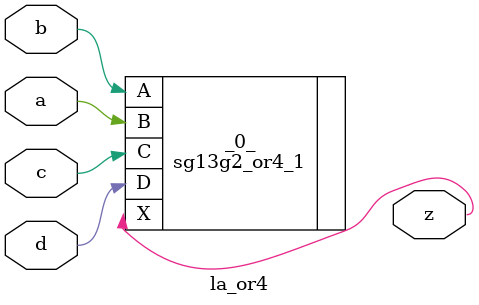
<source format=v>

/* Generated by Yosys 0.44 (git sha1 80ba43d26, g++ 11.4.0-1ubuntu1~22.04 -fPIC -O3) */

(* top =  1  *)
(* src = "generated" *)
(* keep_hierarchy *)
module la_or4 (
    a,
    b,
    c,
    d,
    z
);
  (* src = "generated" *)
  input a;
  wire a;
  (* src = "generated" *)
  input b;
  wire b;
  (* src = "generated" *)
  input c;
  wire c;
  (* src = "generated" *)
  input d;
  wire d;
  (* src = "generated" *)
  output z;
  wire z;
  sg13g2_or4_1 _0_ (
      .A(b),
      .B(a),
      .C(c),
      .D(d),
      .X(z)
  );
endmodule

</source>
